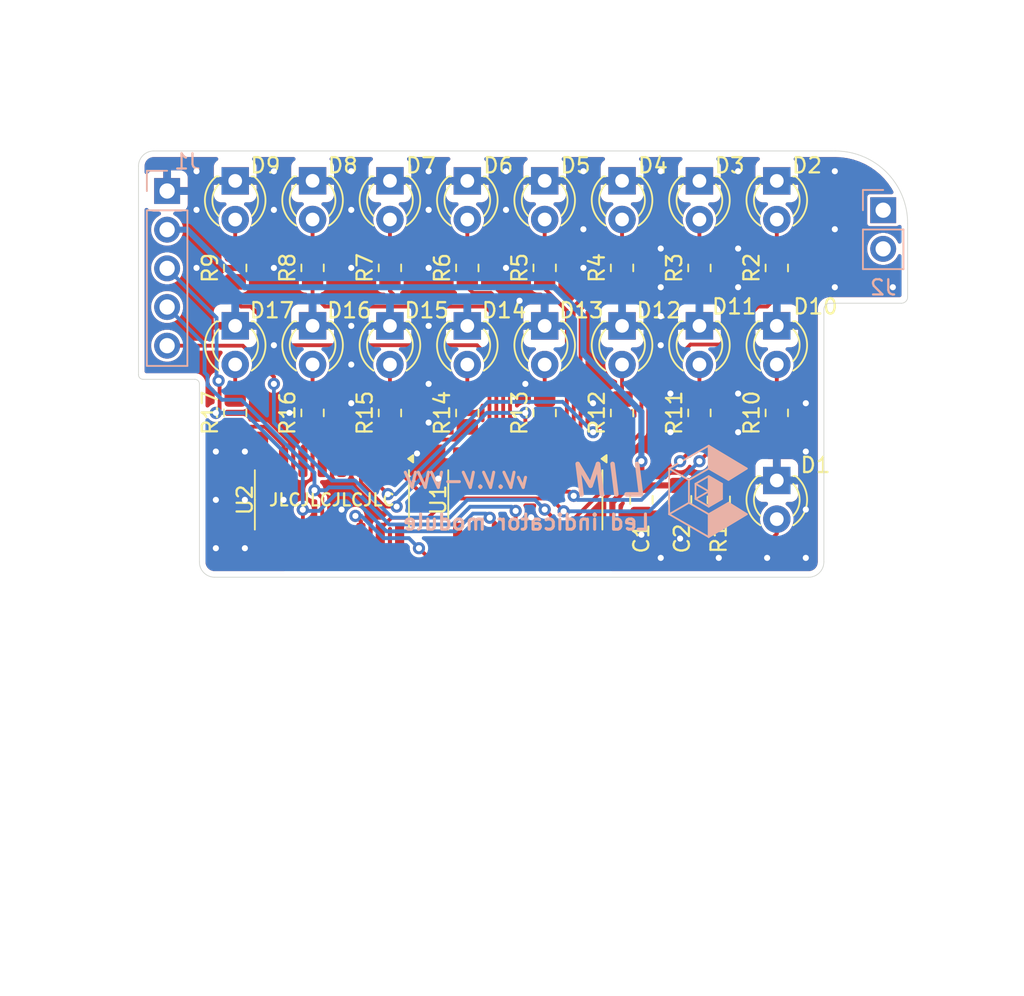
<source format=kicad_pcb>
(kicad_pcb (version 20241229) (generator "pcbnew") (generator_version "9.0")
  (title_block (title "Led indicator module") (date "2022-05-27") (rev "vV.V.V-VVV"))
  (layers (0 "F.Cu" signal) (2 "B.Cu" signal) (13 "F.Paste" user) (15 "B.Paste" user) (5 "F.SilkS" user "F.Silkscreen") (7 "B.SilkS" user "B.Silkscreen") (1 "F.Mask" user) (3 "B.Mask" user) (25 "Edge.Cuts" user))
  (net 0 "")
  (net 1 "+5V")
  (net 2 "Net-(D1-A)")
  (net 3 "GND")
  (net 4 "Net-(D2-A)")
  (net 5 "Net-(D3-A)")
  (net 6 "Net-(D4-A)")
  (net 7 "Net-(D5-A)")
  (net 8 "Net-(D6-A)")
  (net 9 "Net-(D7-A)")
  (net 10 "Net-(D8-A)")
  (net 11 "Net-(D9-A)")
  (net 12 "Net-(D10-A)")
  (net 13 "Net-(D11-A)")
  (net 14 "Net-(D12-A)")
  (net 15 "Net-(D13-A)")
  (net 16 "Net-(D14-A)")
  (net 17 "Net-(D15-A)")
  (net 18 "Net-(D16-A)")
  (net 19 "Net-(D17-A)")
  (net 21 "/SHIFT_D")
  (net 22 "/SHIFT_L")
  (net 23 "/SHIFT_CLK")
  (net 25 "Net-(U1-QA)")
  (net 26 "Net-(U1-QB)")
  (net 27 "Net-(U1-QC)")
  (net 28 "Net-(U1-QD)")
  (net 29 "Net-(U1-QE)")
  (net 30 "Net-(U1-QF)")
  (net 31 "Net-(U1-QG)")
  (net 32 "Net-(U1-QH)")
  (net 33 "Net-(U2-QA)")
  (net 34 "Net-(U2-QB)")
  (net 35 "Net-(U2-QC)")
  (net 36 "Net-(U2-QD)")
  (net 37 "Net-(U2-QE)")
  (net 38 "Net-(U2-QF)")
  (net 39 "Net-(U2-QG)")
  (net 40 "Net-(U2-QH)")
  (net 41 "Net-(U1-QH')")
  (footprint "LED_THT:LED_D3.0mm" (layer "F.Cu") (at 70.91 50.645 -90)
    (property "Reference" "D1")
    (property "Value" "204-10SYGD/S530-E3")
  )
  (footprint "LED_THT:LED_D3.0mm" (layer "F.Cu") (at 60.75 30.96 -90)
    (property "Reference" "D4")
    (property "Value" "204-10SURD/S530-A3-L")
  )
  (footprint "Resistor_SMD:R_0805_2012Metric" (layer "F.Cu") (at 67.1 51.92 90)
    (property "Reference" "R1")
    (property "Value" "470R")
  )
  (footprint "Resistor_SMD:R_0805_2012Metric" (layer "F.Cu") (at 45.51 36.68 90)
    (property "Reference" "R7")
    (property "Value" "470R")
  )
  (footprint "LED_THT:LED_D3.0mm" (layer "F.Cu") (at 35.35 40.485 -90)
    (property "Reference" "D17")
    (property "Value" "204-10SURD/S530-A3-L")
  )
  (footprint "Capacitor_SMD:C_0805_2012Metric" (layer "F.Cu") (at 62.02 51.92 -90)
    (property "Reference" "C1")
    (property "Value" "100n")
  )
  (footprint "Package_SO:SOIC-16_3.9x9.9mm_P1.27mm" (layer "F.Cu") (at 54.4 51.92 -90)
    (property "Reference" "U1")
    (property "Value" "74HC595")
  )
  (footprint "Resistor_SMD:R_0805_2012Metric" (layer "F.Cu") (at 35.35 36.685 90)
    (property "Reference" "R9")
    (property "Value" "470R")
  )
  (footprint "LED_THT:LED_D3.0mm" (layer "F.Cu") (at 35.35 30.965 -90)
    (property "Reference" "D9")
    (property "Value" "204-10SURD/S530-A3-L")
  )
  (footprint "Resistor_SMD:R_0805_2012Metric" (layer "F.Cu") (at 40.43 46.205 90)
    (property "Reference" "R16")
    (property "Value" "470R")
  )
  (footprint "LED_THT:LED_D3.0mm" (layer "F.Cu") (at 65.83 40.485 -90)
    (property "Reference" "D11")
    (property "Value" "204-10SURD/S530-A3-L")
  )
  (footprint "LED_THT:LED_D3.0mm" (layer "F.Cu") (at 40.43 30.96 -90)
    (property "Reference" "D8")
    (property "Value" "204-10SURD/S530-A3-L")
  )
  (footprint "LED_THT:LED_D3.0mm" (layer "F.Cu") (at 40.43 40.485 -90)
    (property "Reference" "D16")
    (property "Value" "204-10SURD/S530-A3-L")
  )
  (footprint "LED_THT:LED_D3.0mm" (layer "F.Cu") (at 55.67 30.96 -90)
    (property "Reference" "D5")
    (property "Value" "204-10SURD/S530-A3-L")
  )
  (footprint "Resistor_SMD:R_0805_2012Metric" (layer "F.Cu") (at 35.35 46.2 90)
    (property "Reference" "R17")
    (property "Value" "470R")
  )
  (footprint "LED_THT:LED_D3.0mm" (layer "F.Cu") (at 65.83 30.965 -90)
    (property "Reference" "D3")
    (property "Value" "204-10SURD/S530-A3-L")
  )
  (footprint "Resistor_SMD:R_0805_2012Metric" (layer "F.Cu") (at 40.43 36.68 90)
    (property "Reference" "R8")
    (property "Value" "470R")
  )
  (footprint "Capacitor_SMD:C_0805_2012Metric" (layer "F.Cu") (at 64.56 51.92 -90)
    (property "Reference" "C2")
    (property "Value" "100n")
  )
  (footprint "LED_THT:LED_D3.0mm" (layer "F.Cu") (at 70.91 40.485 -90)
    (property "Reference" "D10")
    (property "Value" "204-10SURD/S530-A3-L")
  )
  (footprint "Resistor_SMD:R_0805_2012Metric" (layer "F.Cu") (at 45.51 46.21 90)
    (property "Reference" "R15")
    (property "Value" "470R")
  )
  (footprint "Resistor_SMD:R_0805_2012Metric" (layer "F.Cu") (at 65.83 36.685 90)
    (property "Reference" "R3")
    (property "Value" "470R")
  )
  (footprint "LED_THT:LED_D3.0mm" (layer "F.Cu") (at 50.59 40.49 -90)
    (property "Reference" "D14")
    (property "Value" "204-10SURD/S530-A3-L")
  )
  (footprint "LED_THT:LED_D3.0mm" (layer "F.Cu") (at 60.75 40.49 -90)
    (property "Reference" "D12")
    (property "Value" "204-10SURD/S530-A3-L")
  )
  (footprint "Resistor_SMD:R_0805_2012Metric" (layer "F.Cu") (at 70.91 46.205 90)
    (property "Reference" "R10")
    (property "Value" "470R")
  )
  (footprint "Resistor_SMD:R_0805_2012Metric" (layer "F.Cu") (at 60.75 46.21 90)
    (property "Reference" "R12")
    (property "Value" "470R")
  )
  (footprint "Resistor_SMD:R_0805_2012Metric" (layer "F.Cu") (at 60.75 36.68 90)
    (property "Reference" "R4")
    (property "Value" "470R")
  )
  (footprint "Resistor_SMD:R_0805_2012Metric" (layer "F.Cu") (at 50.59 46.21 90)
    (property "Reference" "R14")
    (property "Value" "470R")
  )
  (footprint "Resistor_SMD:R_0805_2012Metric" (layer "F.Cu") (at 65.83 46.205 90)
    (property "Reference" "R11")
    (property "Value" "470R")
  )
  (footprint "LED_THT:LED_D3.0mm" (layer "F.Cu") (at 45.51 40.49 -90)
    (property "Reference" "D15")
    (property "Value" "204-10SURD/S530-A3-L")
  )
  (footprint "Resistor_SMD:R_0805_2012Metric" (layer "F.Cu") (at 55.67 46.21 90)
    (property "Reference" "R13")
    (property "Value" "470R")
  )
  (footprint "LED_THT:LED_D3.0mm" (layer "F.Cu") (at 45.51 30.96 -90)
    (property "Reference" "D7")
    (property "Value" "204-10SURD/S530-A3-L")
  )
  (footprint "Resistor_SMD:R_0805_2012Metric" (layer "F.Cu") (at 70.91 36.685 90)
    (property "Reference" "R2")
    (property "Value" "470R")
  )
  (footprint "LED_THT:LED_D3.0mm" (layer "F.Cu") (at 50.59 30.965 -90)
    (property "Reference" "D6")
    (property "Value" "204-10SURD/S530-A3-L")
  )
  (footprint "LED_THT:LED_D3.0mm" (layer "F.Cu") (at 55.67 40.49 -90)
    (property "Reference" "D13")
    (property "Value" "204-10SURD/S530-A3-L")
  )
  (footprint "Resistor_SMD:R_0805_2012Metric" (layer "F.Cu") (at 55.67 36.68 90)
    (property "Reference" "R5")
    (property "Value" "470R")
  )
  (footprint "LED_THT:LED_D3.0mm" (layer "F.Cu") (at 70.91 30.965 -90)
    (property "Reference" "D2")
    (property "Value" "204-10SURD/S530-A3-L")
  )
  (footprint "Package_SO:SOIC-16_3.9x9.9mm_P1.27mm" (layer "F.Cu") (at 41.7 51.92 -90)
    (property "Reference" "U2")
    (property "Value" "74HC595")
  )
  (footprint "Resistor_SMD:R_0805_2012Metric" (layer "F.Cu") (at 50.59 36.685 90)
    (property "Reference" "R6")
    (property "Value" "470R")
  )
  (footprint "Connector_PinSocket_2.54mm:PinSocket_1x05_P2.54mm_Vertical" (layer "B.Cu") (at 30.88 31.63 180)
    (property "Reference" "J1")
    (property "Value" "2.54-1*5P")
  )
  (footprint "Connector_PinSocket_2.54mm:PinSocket_1x02_P2.54mm_Vertical" (layer "B.Cu") (at 77.895 32.89 180)
    (property "Reference" "J2")
    (property "Value" "KH-2.54FH-1X2P-H8.5")
  )
  (gr_line (start 66.44 51.361007) (end 66.44 50.361007) (stroke (width 0.12)) (layer "B.SilkS"))
  (gr_line (start 63.841924 49.861007) (end 66.44 48.361007) (stroke (width 0.12)) (layer "B.SilkS"))
  (gr_line (start 68.94 49.861007) (end 67.739038 50.611007) (stroke (width 0.12)) (layer "B.SilkS"))
  (gr_line (start 67.306025 50.861007) (end 67.306025 51.861007) (stroke (width 0.12)) (layer "B.SilkS"))
  (gr_line (start 63.841924 52.861007) (end 66.44 54.361007) (stroke (width 0.12)) (layer "B.SilkS"))
  (gr_line (start 66.44 54.361007) (end 66.44 52.861007) (stroke (width 0.12)) (layer "B.SilkS"))
  (gr_line (start 66.44 49.861007) (end 66.44 48.361007) (stroke (width 0.12)) (layer "B.SilkS"))
  (gr_line (start 67.739038 52.111007) (end 66.44 52.861007) (stroke (width 0.12)) (layer "B.SilkS"))
  (gr_line (start 65.573975 50.861007) (end 66.44 50.361007) (stroke (width 0.12)) (layer "B.SilkS"))
  (gr_line (start 63.841924 52.861007) (end 63.841924 49.861007) (stroke (width 0.12)) (layer "B.SilkS"))
  (gr_line (start 66.44 49.861007) (end 67.739038 50.611007) (stroke (width 0.12)) (layer "B.SilkS"))
  (gr_line (start 65.140962 50.611007) (end 66.44 49.861007) (stroke (width 0.12)) (layer "B.SilkS"))
  (gr_line (start 65.573975 51.861007) (end 65.573975 50.861007) (stroke (width 0.12)) (layer "B.SilkS"))
  (gr_line (start 68.94 52.861007) (end 66.44 54.361007) (stroke (width 0.12)) (layer "B.SilkS"))
  (gr_line (start 65.573975 51.861007) (end 66.44 52.361007) (stroke (width 0.12)) (layer "B.SilkS"))
  (gr_line (start 67.306025 50.861007) (end 66.44 50.361007) (stroke (width 0.12)) (layer "B.SilkS"))
  (gr_line (start 66.44 51.361007) (end 65.573975 50.861007) (stroke (width 0.12)) (layer "B.SilkS"))
  (gr_line (start 66.44 52.861007) (end 65.140962 52.111007) (stroke (width 0.12)) (layer "B.SilkS"))
  (gr_line (start 68.94 52.861007) (end 67.739038 52.111007) (stroke (width 0.12)) (layer "B.SilkS"))
  (gr_line (start 67.306025 51.861007) (end 66.44 52.361007) (stroke (width 0.12)) (layer "B.SilkS"))
  (gr_poly (pts (xy 66.44 52.361007) (xy 67.306025 51.861007) (xy 67.306025 50.861007) (xy 66.44 50.361007)) (stroke (width 0.1)) (fill yes) (layer "B.SilkS"))
  (gr_line (start 68.94 49.861007) (end 66.44 48.361007) (stroke (width 0.12)) (layer "B.SilkS"))
  (gr_poly (pts (xy 66.44 52.861007) (xy 66.44 54.361007) (xy 68.94 52.861007) (xy 67.739038 52.111007)) (stroke (width 0.1)) (fill yes) (layer "B.SilkS"))
  (gr_line (start 65.140962 52.111007) (end 65.140962 50.611007) (stroke (width 0.12)) (layer "B.SilkS"))
  (gr_line (start 66.44 52.361007) (end 66.44 51.361007) (stroke (width 0.12)) (layer "B.SilkS"))
  (gr_poly (pts (xy 66.44 49.861007) (xy 67.739038 50.611007) (xy 68.94 49.861007) (xy 66.44 48.361007)) (stroke (width 0.1)) (fill yes) (layer "B.SilkS"))
  (gr_line (start 63.841924 52.861007) (end 65.140962 52.111007) (stroke (width 0.12)) (layer "B.SilkS"))
  (gr_line (start 65.573975 51.861007) (end 66.44 51.361007) (stroke (width 0.12)) (layer "B.SilkS"))
  (gr_line (start 63.841924 49.861007) (end 65.140962 50.611007) (stroke (width 0.12)) (layer "B.SilkS"))
  (gr_line (start 79.5 38.6) (end 79.5 33.75) (stroke (width 0.05)) (layer "Edge.Cuts"))
  (gr_line (start 29.3 44) (end 32.7 44) (stroke (width 0.05)) (layer "Edge.Cuts"))
  (gr_line (start 74.75 29) (end 30 29) (stroke (width 0.05)) (layer "Edge.Cuts"))
  (gr_line (start 33 44.3) (end 33 56) (stroke (width 0.05)) (layer "Edge.Cuts"))
  (gr_arc (start 74 39.4) (mid 74.117157 39.117157) (end 74.4 39) (stroke (width 0.05)) (layer "Edge.Cuts"))
  (gr_arc (start 74 56) (mid 73.707107 56.707107) (end 73 57) (stroke (width 0.05)) (layer "Edge.Cuts"))
  (gr_line (start 34 57) (end 73 57) (stroke (width 0.05)) (layer "Edge.Cuts"))
  (gr_arc (start 29 30) (mid 29.292893 29.292893) (end 30 29) (stroke (width 0.05)) (layer "Edge.Cuts"))
  (gr_arc (start 79.5 38.6) (mid 79.382843 38.882843) (end 79.1 39) (stroke (width 0.05)) (layer "Edge.Cuts"))
  (gr_arc (start 32.7 44) (mid 32.912132 44.087868) (end 33 44.3) (stroke (width 0.05)) (layer "Edge.Cuts"))
  (gr_arc (start 34 57) (mid 33.292893 56.707107) (end 33 56) (stroke (width 0.05)) (layer "Edge.Cuts"))
  (gr_line (start 79.1 39) (end 74.4 39) (stroke (width 0.05)) (layer "Edge.Cuts"))
  (gr_line (start 74 39.4) (end 74 56) (stroke (width 0.05)) (layer "Edge.Cuts"))
  (gr_line (start 29 43.7) (end 29 30) (stroke (width 0.05)) (layer "Edge.Cuts"))
  (gr_arc (start 74.75 29) (mid 78.108757 30.391243) (end 79.5 33.75) (stroke (width 0.05)) (layer "Edge.Cuts"))
  (gr_arc (start 29.3 44) (mid 29.087868 43.912132) (end 29 43.7) (stroke (width 0.05)) (layer "Edge.Cuts"))
  (gr_text "JLCJLCJLCJLC" (at 41.7 51.92 0) (layer "F.SilkS") (effects (font (size 0.8 0.8))))
  (gr_text "Led indicator module" (at 62.655 53.393007 0) (layer "B.SilkS") (effects (font (size 1 1) (thickness 0.2)) (justify left mirror)))
  (gr_text "vV.V.V-VVV" (at 46.406998 50.65 0) (layer "B.SilkS") (effects (font (size 1 1) (thickness 0.2) (italic yes)) (justify right mirror)))
  (gr_text "LIM" (at 62.655 50.65 0) (layer "B.SilkS") (effects (font (size 2 2) (thickness 0.3) (italic yes)) (justify left mirror)))
  (segment (start 38.525 55.73) (end 38.525 54.395) (width 0.4) (layer "F.Cu") (net 1))
  (segment (start 61.225 50.97) (end 60.115 52.08) (width 0.4) (layer "F.Cu") (net 1))
  (segment (start 60.115 55.73) (end 59.48 56.365) (width 0.4) (layer "F.Cu") (net 1))
  (segment (start 46.145 56.365) (end 39.16 56.365) (width 0.4) (layer "F.Cu") (net 1))
  (segment (start 62.02 50.97) (end 61.225 50.97) (width 0.4) (layer "F.Cu") (net 1))
  (segment (start 58.845 56.365) (end 58.845 54.395) (width 0.4) (layer "F.Cu") (net 1))
  (segment (start 51.225 56.365) (end 51.225 54.395) (width 0.4) (layer "F.Cu") (net 1))
  (segment (start 51.225 56.365) (end 46.145 56.365) (width 0.4) (layer "F.Cu") (net 1))
  (segment (start 62.02 49.38) (end 62.02 50.97) (width 0.4) (layer "F.Cu") (net 1))
  (segment (start 67.0625 50.97) (end 67.1 51.0075) (width 0.25) (layer "F.Cu") (net 1))
  (segment (start 60.115 52.08) (end 60.115 55.73) (width 0.4) (layer "F.Cu") (net 1))
  (segment (start 46.145 56.365) (end 46.145 54.395) (width 0.4) (layer "F.Cu") (net 1))
  (segment (start 59.48 56.365) (end 58.845 56.365) (width 0.4) (layer "F.Cu") (net 1))
  (segment (start 39.16 56.365) (end 38.525 55.73) (width 0.4) (layer "F.Cu") (net 1))
  (segment (start 58.845 56.365) (end 51.225 56.365) (width 0.4) (layer "F.Cu") (net 1))
  (segment (start 62.02 50.97) (end 67.0625 50.97) (width 0.4) (layer "F.Cu") (net 1))
  (via (at 62.02 49.38) (size 0.8) (drill 0.4) (layers "F.Cu" "B.Cu") (net 1))
  (segment (start 58.21 42.327787) (end 62.02 46.137787) (width 0.4) (layer "B.Cu") (net 1))
  (segment (start 62.02 46.137787) (end 62.02 49.38) (width 0.4) (layer "B.Cu") (net 1))
  (segment (start 32.205 34.17) (end 35.985 37.95) (width 0.4) (layer "B.Cu") (net 1))
  (segment (start 58.21 39.855) (end 58.21 42.327787) (width 0.4) (layer "B.Cu") (net 1))
  (segment (start 35.985 37.95) (end 56.305 37.95) (width 0.4) (layer "B.Cu") (net 1))
  (segment (start 56.305 37.95) (end 58.21 39.855) (width 0.4) (layer "B.Cu") (net 1))
  (segment (start 30.88 34.17) (end 32.205 34.17) (width 0.4) (layer "B.Cu") (net 1))
  (segment (start 67.1 52.8325) (end 67.1 53.825) (width 0.25) (layer "F.Cu") (net 2))
  (segment (start 70.5925 54.46) (end 70.91 54.1425) (width 0.25) (layer "F.Cu") (net 2))
  (segment (start 67.1 53.825) (end 67.735 54.46) (width 0.25) (layer "F.Cu") (net 2))
  (segment (start 70.91 54.1425) (end 70.91 53.185) (width 0.25) (layer "F.Cu") (net 2))
  (segment (start 67.735 54.46) (end 70.5925 54.46) (width 0.25) (layer "F.Cu") (net 2))
  (via (at 42.97 45.57) (size 0.8) (drill 0.4) (layers "F.Cu" "B.Cu") (net 3))
  (via (at 68.37 47.475) (size 0.8) (drill 0.4) (layers "F.Cu" "B.Cu") (net 3))
  (via (at 70.275 55.73) (size 0.8) (drill 0.4) (layers "F.Cu" "B.Cu") (net 3))
  (via (at 48.05 32.87) (size 0.8) (drill 0.4) (layers "F.Cu" "B.Cu") (net 3))
  (via (at 68.37 30.33) (size 0.8) (drill 0.4) (layers "F.Cu" "B.Cu") (net 3))
  (via (at 74.72 37.95) (size 0.8) (drill 0.4) (layers "F.Cu" "B.Cu") (net 3))
  (via (at 42.97 32.87) (size 0.8) (drill 0.4) (layers "F.Cu" "B.Cu") (net 3))
  (via (at 32.81 32.87) (size 0.8) (drill 0.4) (layers "F.Cu" "B.Cu") (net 3))
  (via (at 54.781 53.063) (size 0.8) (drill 0.4) (layers "F.Cu" "B.Cu") (net 3))
  (via (at 62.02 54.206) (size 0.8) (drill 0.4) (layers "F.Cu" "B.Cu") (net 3))
  (via (at 48.05 30.33) (size 0.8) (drill 0.4) (layers "F.Cu" "B.Cu") (net 3))
  (via (at 42.97 36.68) (size 0.8) (drill 0.4) (layers "F.Cu" "B.Cu") (net 3))
  (via (at 37.89 41.76) (size 0.8) (drill 0.4) (layers "F.Cu" "B.Cu") (net 3))
  (via (at 74.72 34.14) (size 0.8) (drill 0.4) (layers "F.Cu" "B.Cu") (net 3))
  (via (at 35.985 51.92) (size 0.8) (drill 0.4) (layers "F.Cu" "B.Cu") (net 3))
  (via (at 47.288 48.872) (size 0.8) (drill 0.4) (layers "F.Cu" "B.Cu") (net 3))
  (via (at 63.29 37.95) (size 0.8) (drill 0.4) (layers "F.Cu" "B.Cu") (net 3))
  (via (at 68.37 35.41) (size 0.8) (drill 0.4) (layers "F.Cu" "B.Cu") (net 3))
  (via (at 34.08 55.095) (size 0.8) (drill 0.4) (layers "F.Cu" "B.Cu") (net 3))
  (via (at 63.29 39.855) (size 0.8) (drill 0.4) (layers "F.Cu" "B.Cu") (net 3))
  (via (at 67.1 55.73) (size 0.8) (drill 0.4) (layers "F.Cu" "B.Cu") (net 3))
  (via (at 53.13 30.33) (size 0.8) (drill 0.4) (layers "F.Cu" "B.Cu") (net 3))
  (via (at 58.21 36.68) (size 0.8) (drill 0.4) (layers "F.Cu" "B.Cu") (net 3))
  (via (at 34.08 48.745) (size 0.8) (drill 0.4) (layers "F.Cu" "B.Cu") (net 3))
  (via (at 72.815 45.57) (size 0.8) (drill 0.4) (layers "F.Cu" "B.Cu") (net 3))
  (via (at 68.37 37.95) (size 0.8) (drill 0.4) (layers "F.Cu" "B.Cu") (net 3))
  (via (at 48.05 46.84) (size 0.8) (drill 0.4) (layers "F.Cu" "B.Cu") (net 3))
  (via (at 72.815 52.555) (size 0.8) (drill 0.4) (layers "F.Cu" "B.Cu") (net 3))
  (via (at 42.335 52.555) (size 0.8) (drill 0.4) (layers "F.Cu" "B.Cu") (net 3))
  (via (at 68.37 44.935) (size 0.8) (drill 0.4) (layers "F.Cu" "B.Cu") (net 3))
  (via (at 48.05 36.68) (size 0.8) (drill 0.4) (layers "F.Cu" "B.Cu") (net 3))
  (via (at 48.05 40.49) (size 0.8) (drill 0.4) (layers "F.Cu" "B.Cu") (net 3))
  (via (at 48.05 44.3) (size 0.8) (drill 0.4) (layers "F.Cu" "B.Cu") (net 3))
  (via (at 63.29 41.76) (size 0.8) (drill 0.4) (layers "F.Cu" "B.Cu") (net 3))
  (via (at 72.815 48.745) (size 0.8) (drill 0.4) (layers "F.Cu" "B.Cu") (net 3))
  (via (at 58.21 30.33) (size 0.8) (drill 0.4) (layers "F.Cu" "B.Cu") (net 3))
  (via (at 63.29 55.73) (size 0.8) (drill 0.4) (layers "F.Cu" "B.Cu") (net 3))
  (via (at 53.13 36.68) (size 0.8) (drill 0.4) (layers "F.Cu" "B.Cu") (net 3))
  (via (at 38.525 51.92) (size 0.8) (drill 0.4) (layers "F.Cu" "B.Cu") (net 3))
  (via (at 42.97 40.49) (size 0.8) (drill 0.4) (layers "F.Cu" "B.Cu") (net 3))
  (via (at 74.72 30.33) (size 0.8) (drill 0.4) (layers "F.Cu" "B.Cu") (net 3))
  (via (at 63.29 30.33) (size 0.8) (drill 0.4) (layers "F.Cu" "B.Cu") (net 3))
  (via (at 58.845 45.57) (size 0.8) (drill 0.4) (layers "F.Cu" "B.Cu") (net 3))
  (via (at 37.89 32.87) (size 0.8) (drill 0.4) (layers "F.Cu" "B.Cu") (net 3))
  (via (at 32.81 30.33) (size 0.8) (drill 0.4) (layers "F.Cu" "B.Cu") (net 3))
  (via (at 32.81 36.68) (size 0.8) (drill 0.4) (layers "F.Cu" "B.Cu") (net 3))
  (via (at 35.985 48.745) (size 0.8) (drill 0.4) (layers "F.Cu" "B.Cu") (net 3))
  (via (at 38.906 46.205) (size 0.8) (drill 0.4) (layers "F.Cu" "B.Cu") (net 3))
  (via (at 63.29 35.41) (size 0.8) (drill 0.4) (layers "F.Cu" "B.Cu") (net 3))
  (via (at 42.97 43.03) (size 0.8) (drill 0.4) (layers "F.Cu" "B.Cu") (net 3))
  (via (at 35.985 55.095) (size 0.8) (drill 0.4) (layers "F.Cu" "B.Cu") (net 3))
  (via (at 63.925 44.935) (size 0.8) (drill 0.4) (layers "F.Cu" "B.Cu") (net 3))
  (via (at 58.21 34.14) (size 0.8) (drill 0.4) (layers "F.Cu" "B.Cu") (net 3))
  (via (at 53.13 32.87) (size 0.8) (drill 0.4) (layers "F.Cu" "B.Cu") (net 3))
  (via (at 63.925 47.475) (size 0.8) (drill 0.4) (layers "F.Cu" "B.Cu") (net 3))
  (via (at 37.89 30.33) (size 0.8) (drill 0.4) (layers "F.Cu" "B.Cu") (net 3))
  (via (at 48.685 50.523) (size 0.8) (drill 0.4) (layers "F.Cu" "B.Cu") (net 3))
  (via (at 37.89 36.68) (size 0.8) (drill 0.4) (layers "F.Cu" "B.Cu") (net 3))
  (via (at 64.56 54.46) (size 0.8) (drill 0.4) (layers "F.Cu" "B.Cu") (net 3))
  (via (at 42.97 30.33) (size 0.8) (drill 0.4) (layers "F.Cu" "B.Cu") (net 3))
  (via (at 78.53 37.95) (size 0.8) (drill 0.4) (layers "F.Cu" "B.Cu") (net 3))
  (via (at 72.815 55.73) (size 0.8) (drill 0.4) (layers "F.Cu" "B.Cu") (net 3))
  (via (at 54.4 44.3) (size 0.8) (drill 0.4) (layers "F.Cu" "B.Cu") (net 3))
  (via (at 34.08 51.92) (size 0.8) (drill 0.4) (layers "F.Cu" "B.Cu") (net 3))
  (via (at 54.019 38.839) (size 0.8) (drill 0.4) (layers "F.Cu" "B.Cu") (net 3))
  (segment (start 70.91 35.7725) (end 70.91 33.505) (width 0.25) (layer "F.Cu") (net 4))
  (segment (start 65.83 35.7725) (end 65.83 33.505) (width 0.25) (layer "F.Cu") (net 5))
  (segment (start 60.75 35.7675) (end 60.75 33.5) (width 0.25) (layer "F.Cu") (net 6))
  (segment (start 55.67 35.7675) (end 55.67 33.5) (width 0.25) (layer "F.Cu") (net 7))
  (segment (start 50.59 35.7725) (end 50.59 33.505) (width 0.25) (layer "F.Cu") (net 8))
  (segment (start 45.51 35.7675) (end 45.51 33.5) (width 0.25) (layer "F.Cu") (net 9))
  (segment (start 40.43 35.7675) (end 40.43 33.5) (width 0.25) (layer "F.Cu") (net 10))
  (segment (start 35.35 35.7725) (end 35.35 33.505) (width 0.25) (layer "F.Cu") (net 11))
  (segment (start 70.91 45.2925) (end 70.91 43.025) (width 0.25) (layer "F.Cu") (net 12))
  (segment (start 65.83 45.2925) (end 65.83 43.025) (width 0.25) (layer "F.Cu") (net 13))
  (segment (start 60.75 45.2975) (end 60.75 43.03) (width 0.25) (layer "F.Cu") (net 14))
  (segment (start 55.67 45.2975) (end 55.67 43.03) (width 0.25) (layer "F.Cu") (net 15))
  (segment (start 50.59 45.2975) (end 50.59 43.03) (width 0.25) (layer "F.Cu") (net 16))
  (segment (start 45.51 45.2975) (end 45.51 43.03) (width 0.25) (layer "F.Cu") (net 17))
  (segment (start 40.43 45.2925) (end 40.43 43.025) (width 0.25) (layer "F.Cu") (net 18))
  (segment (start 35.35 45.2875) (end 35.35 43.025) (width 0.25) (layer "F.Cu") (net 19))
  (segment (start 52.059998 53.09402) (end 52.495 53.529022) (width 0.25) (layer "F.Cu") (net 21))
  (segment (start 34.259352 44.089754) (end 34.325 44.155402) (width 0.25) (layer "F.Cu") (net 21))
  (segment (start 39.786856 52.561822) (end 39.795 52.569966) (width 0.25) (layer "F.Cu") (net 21))
  (segment (start 34.325 45.96) (end 34.08 46.205) (width 0.25) (layer "F.Cu") (net 21))
  (segment (start 39.795 52.569966) (end 39.795 54.395) (width 0.25) (layer "F.Cu") (net 21))
  (segment (start 34.325 44.155402) (end 34.325 45.96) (width 0.25) (layer "F.Cu") (net 21))
  (segment (start 52.495 53.529022) (end 52.495 54.395) (width 0.25) (layer "F.Cu") (net 21))
  (via (at 52.059998 53.09402) (size 0.8) (drill 0.4) (layers "F.Cu" "B.Cu") (net 21))
  (via (at 34.259352 44.089754) (size 0.8) (drill 0.4) (layers "F.Cu" "B.Cu") (net 21))
  (via (at 34.08 46.205) (size 0.8) (drill 0.4) (layers "F.Cu" "B.Cu") (net 21))
  (via (at 39.786856 52.561822) (size 0.8) (drill 0.4) (layers "F.Cu" "B.Cu") (net 21))
  (segment (start 49.796964 53.983752) (end 45.277703 53.983752) (width 0.25) (layer "B.Cu") (net 21))
  (segment (start 51.785018 52.81904) (end 50.961676 52.81904) (width 0.25) (layer "B.Cu") (net 21))
  (segment (start 52.059998 53.09402) (end 51.785018 52.81904) (width 0.25) (layer "B.Cu") (net 21))
  (segment (start 45.277703 53.983752) (end 42.842991 51.54904) (width 0.25) (layer "B.Cu") (net 21))
  (segment (start 34.259352 44.089754) (end 34.125489 43.955891) (width 0.25) (layer "B.Cu") (net 21))
  (segment (start 34.125489 39.955489) (end 30.88 36.71) (width 0.25) (layer "B.Cu") (net 21))
  (segment (start 42.842991 51.54904) (end 41.948634 51.54904) (width 0.25) (layer "B.Cu") (net 21))
  (segment (start 39.786856 50.008292) (end 39.786856 52.561822) (width 0.25) (layer "B.Cu") (net 21))
  (segment (start 34.125489 43.955891) (end 34.125489 39.955489) (width 0.25) (layer "B.Cu") (net 21))
  (segment (start 39.869545 52.644511) (end 39.786856 52.561822) (width 0.25) (layer "B.Cu") (net 21))
  (segment (start 35.983564 46.205) (end 39.786856 50.008292) (width 0.25) (layer "B.Cu") (net 21))
  (segment (start 34.08 46.205) (end 35.983564 46.205) (width 0.25) (layer "B.Cu") (net 21))
  (segment (start 40.853163 52.644511) (end 39.869545 52.644511) (width 0.25) (layer "B.Cu") (net 21))
  (segment (start 50.961676 52.81904) (end 49.796964 53.983752) (width 0.25) (layer "B.Cu") (net 21))
  (segment (start 41.948634 51.54904) (end 40.853163 52.644511) (width 0.25) (layer "B.Cu") (net 21))
  (segment (start 53.765 52.6445) (end 53.765 54.395) (width 0.25) (layer "F.Cu") (net 22))
  (segment (start 40.55306 51.285) (end 41.065 51.79694) (width 0.25) (layer "F.Cu") (net 22))
  (segment (start 41.065 51.79694) (end 41.065 54.395) (width 0.25) (layer "F.Cu") (net 22))
  (via (at 40.55306 51.285) (size 0.8) (drill 0.4) (layers "F.Cu" "B.Cu") (net 22))
  (via (at 53.765 52.6445) (size 0.8) (drill 0.4) (layers "F.Cu" "B.Cu") (net 22))
  (segment (start 41.3129 51.285) (end 41.506091 51.091809) (width 0.25) (layer "B.Cu") (net 22))
  (segment (start 53.49002 52.36952) (end 53.765 52.6445) (width 0.25) (layer "B.Cu") (net 22))
  (segment (start 33.531252 43.751252) (end 33.339511 43.559511) (width 0.25) (layer "B.Cu") (net 22))
  (segment (start 33.339511 43.559511) (end 33.339511 41.709511) (width 0.25) (layer "B.Cu") (net 22))
  (segment (start 40.55306 50.138778) (end 35.757923 45.343641) (width 0.25) (layer "B.Cu") (net 22))
  (segment (start 33.339511 41.709511) (end 30.88 39.25) (width 0.25) (layer "B.Cu") (net 22))
  (segment (start 33.531252 44.386252) (end 33.531252 43.751252) (width 0.25) (layer "B.Cu") (net 22))
  (segment (start 35.757923 45.343641) (end 34.488641 45.343641) (width 0.25) (layer "B.Cu") (net 22))
  (segment (start 45.463901 53.534232) (end 49.610767 53.534232) (width 0.25) (layer "B.Cu") (net 22))
  (segment (start 40.55306 51.285) (end 40.55306 50.138778) (width 0.25) (layer "B.Cu") (net 22))
  (segment (start 41.506091 51.091809) (end 41.513803 51.09952) (width 0.25) (layer "B.Cu") (net 22))
  (segment (start 49.610767 53.534232) (end 50.775479 52.36952) (width 0.25) (layer "B.Cu") (net 22))
  (segment (start 41.513803 51.09952) (end 43.029189 51.09952) (width 0.25) (layer "B.Cu") (net 22))
  (segment (start 40.55306 51.285) (end 41.3129 51.285) (width 0.25) (layer "B.Cu") (net 22))
  (segment (start 50.775479 52.36952) (end 53.49002 52.36952) (width 0.25) (layer "B.Cu") (net 22))
  (segment (start 43.029189 51.09952) (end 45.463901 53.534232) (width 0.25) (layer "B.Cu") (net 22))
  (segment (start 34.488641 45.343641) (end 33.531252 44.386252) (width 0.25) (layer "B.Cu") (net 22))
  (segment (start 56.305 53.19) (end 56.305 54.395) (width 0.25) (layer "F.Cu") (net 23))
  (segment (start 30.88 41.79) (end 35.846721 41.79) (width 0.25) (layer "F.Cu") (net 23))
  (segment (start 37.89 43.833279) (end 37.89 44.3) (width 0.25) (layer "F.Cu") (net 23))
  (segment (start 35.846721 41.79) (end 37.89 43.833279) (width 0.25) (layer "F.Cu") (net 23))
  (segment (start 55.67 52.555) (end 56.305 53.19) (width 0.25) (layer "F.Cu") (net 23))
  (via (at 37.89 44.3) (size 0.8) (drill 0.4) (layers "F.Cu" "B.Cu") (net 23))
  (via (at 55.67 52.555) (size 0.8) (drill 0.4) (layers "F.Cu" "B.Cu") (net 23))
  (segment (start 41.7 50.65) (end 37.89 46.84) (width 0.25) (layer "B.Cu") (net 23))
  (segment (start 55.67 52.555) (end 55.035 51.92) (width 0.25) (layer "B.Cu") (net 23))
  (segment (start 50.589282 51.92) (end 49.42457 53.084712) (width 0.25) (layer "B.Cu") (net 23))
  (segment (start 49.42457 53.084712) (end 45.650098 53.084712) (width 0.25) (layer "B.Cu") (net 23))
  (segment (start 43.215386 50.65) (end 41.7 50.65) (width 0.25) (layer "B.Cu") (net 23))
  (segment (start 55.035 51.92) (end 50.589282 51.92) (width 0.25) (layer "B.Cu") (net 23))
  (segment (start 37.89 46.84) (end 37.89 44.3) (width 0.25) (layer "B.Cu") (net 23))
  (segment (start 45.650098 53.084712) (end 43.215386 50.65) (width 0.25) (layer "B.Cu") (net 23))
  (segment (start 60.115 50.65) (end 60.115 49.38) (width 0.25) (layer "F.Cu") (net 25))
  (segment (start 65.240489 41.714511) (end 67.185979 41.714511) (width 0.25) (layer "F.Cu") (net 25))
  (segment (start 57.575 54.395) (end 57.575 53.19) (width 0.25) (layer "F.Cu") (net 25))
  (segment (start 70.275 39.22) (end 70.91 38.585) (width 0.25) (layer "F.Cu") (net 25))
  (segment (start 57.575 53.19) (end 60.115 50.65) (width 0.25) (layer "F.Cu") (net 25))
  (segment (start 62.02 47.475) (end 62.02 44.935) (width 0.25) (layer "F.Cu") (net 25))
  (segment (start 60.115 49.38) (end 62.02 47.475) (width 0.25) (layer "F.Cu") (net 25))
  (segment (start 69.68049 39.22) (end 70.275 39.22) (width 0.25) (layer "F.Cu") (net 25))
  (segment (start 70.91 38.585) (end 70.91 37.5975) (width 0.25) (layer "F.Cu") (net 25))
  (segment (start 67.185979 41.714511) (end 69.68049 39.22) (width 0.25) (layer "F.Cu") (net 25))
  (segment (start 62.02 44.935) (end 65.240489 41.714511) (width 0.25) (layer "F.Cu") (net 25))
  (segment (start 65.592989 38.822011) (end 65.83 38.585) (width 0.25) (layer "F.Cu") (net 26))
  (segment (start 65.83 38.585) (end 65.83 37.5975) (width 0.25) (layer "F.Cu") (net 26))
  (segment (start 58.608707 38.822011) (end 65.592989 38.822011) (width 0.25) (layer "F.Cu") (net 26))
  (segment (start 58.845 49.445) (end 58.845 48.745) (width 0.25) (layer "F.Cu") (net 26))
  (segment (start 58.02452 39.406198) (end 58.608707 38.822011) (width 0.25) (layer "F.Cu") (net 26))
  (segment (start 58.02452 47.92452) (end 58.02452 39.406198) (width 0.25) (layer "F.Cu") (net 26))
  (segment (start 58.845 48.745) (end 58.02452 47.92452) (width 0.25) (layer "F.Cu") (net 26))
  (segment (start 57.575 49.445) (end 57.575 39.22) (width 0.25) (layer "F.Cu") (net 27))
  (segment (start 58.464 38.331) (end 60.0115 38.331) (width 0.25) (layer "F.Cu") (net 27))
  (segment (start 57.575 39.22) (end 58.464 38.331) (width 0.25) (layer "F.Cu") (net 27))
  (segment (start 60.0115 38.331) (end 60.75 37.5925) (width 0.25) (layer "F.Cu") (net 27))
  (segment (start 57.12548 47.28952) (end 57.12548 39.496458) (width 0.25) (layer "F.Cu") (net 28))
  (segment (start 55.67 38.040978) (end 55.67 37.5925) (width 0.25) (layer "F.Cu") (net 28))
  (segment (start 56.305 48.11) (end 57.12548 47.28952) (width 0.25) (layer "F.Cu") (net 28))
  (segment (start 57.12548 39.496458) (end 55.67 38.040978) (width 0.25) (layer "F.Cu") (net 28))
  (segment (start 56.305 49.445) (end 56.305 48.11) (width 0.25) (layer "F.Cu") (net 28))
  (segment (start 52.141416 38.32096) (end 50.96096 38.32096) (width 0.25) (layer "F.Cu") (net 29))
  (segment (start 50.59 37.95) (end 50.59 37.5975) (width 0.25) (layer "F.Cu") (net 29))
  (segment (start 53.39404 46.46904) (end 53.394039 39.573582) (width 0.25) (layer "F.Cu") (net 29))
  (segment (start 55.035 48.11) (end 53.39404 46.46904) (width 0.25) (layer "F.Cu") (net 29))
  (segment (start 53.394039 39.573582) (end 52.141416 38.32096) (width 0.25) (layer "F.Cu") (net 29))
  (segment (start 55.035 49.445) (end 55.035 48.11) (width 0.25) (layer "F.Cu") (net 29))
  (segment (start 50.96096 38.32096) (end 50.59 37.95) (width 0.25) (layer "F.Cu") (net 29))
  (segment (start 53.765 48.110718) (end 52.94452 47.290237) (width 0.25) (layer "F.Cu") (net 30))
  (segment (start 52.94452 47.290237) (end 52.94452 39.75978) (width 0.25) (layer "F.Cu") (net 30))
  (segment (start 52.94452 39.75978) (end 51.955219 38.77048) (width 0.25) (layer "F.Cu") (net 30))
  (segment (start 53.765 49.445) (end 53.765 48.110718) (width 0.25) (layer "F.Cu") (net 30))
  (segment (start 46.08822 38.77048) (end 45.51 38.19226) (width 0.25) (layer "F.Cu") (net 30))
  (segment (start 51.955219 38.77048) (end 46.08822 38.77048) (width 0.25) (layer "F.Cu") (net 30))
  (segment (start 45.51 38.19226) (end 45.51 37.5925) (width 0.25) (layer "F.Cu") (net 30))
  (segment (start 41.24375 39.22) (end 40.43 38.40625) (width 0.25) (layer "F.Cu") (net 31))
  (segment (start 52.495 49.445) (end 52.495 39.945978) (width 0.25) (layer "F.Cu") (net 31))
  (segment (start 52.495 39.945978) (end 51.769022 39.22) (width 0.25) (layer "F.Cu") (net 31))
  (segment (start 51.769022 39.22) (end 41.24375 39.22) (width 0.25) (layer "F.Cu") (net 31))
  (segment (start 40.43 38.40625) (end 40.43 37.5925) (width 0.25) (layer "F.Cu") (net 31))
  (segment (start 36.374614 39.22) (end 35.739614 39.22) (width 0.25) (layer "F.Cu") (net 32))
  (segment (start 51.225 49.445) (end 51.225 48.11) (width 0.25) (layer "F.Cu") (net 32))
  (segment (start 35.35 38.830386) (end 35.35 37.5975) (width 0.25) (layer "F.Cu") (net 32))
  (segment (start 52.04548 47.28952) (end 52.04548 42.58048) (width 0.25) (layer "F.Cu") (net 32))
  (segment (start 35.739614 39.22) (end 35.35 38.830386) (width 0.25) (layer "F.Cu") (net 32))
  (segment (start 51.225 48.11) (end 52.04548 47.28952) (width 0.25) (layer "F.Cu") (net 32))
  (segment (start 52.04548 42.58048) (end 51.225 41.76) (width 0.25) (layer "F.Cu") (net 32))
  (segment (start 51.225 41.76) (end 38.914614 41.76) (width 0.25) (layer "F.Cu") (net 32))
  (segment (start 38.914614 41.76) (end 36.374614 39.22) (width 0.25) (layer "F.Cu") (net 32))
  (segment (start 44.875 53.825) (end 45.60452 53.09548) (width 0.25) (layer "F.Cu") (net 33))
  (segment (start 70.91 47.93125) (end 70.91 47.1175) (width 0.25) (layer "F.Cu") (net 33))
  (segment (start 66.465 48.745) (end 70.09625 48.745) (width 0.25) (layer "F.Cu") (net 33))
  (segment (start 65.83 49.38) (end 66.465 48.745) (width 0.25) (layer "F.Cu") (net 33))
  (segment (start 70.09625 48.745) (end 70.91 47.93125) (width 0.25) (layer "F.Cu") (net 33))
  (segment (start 48.026852 53.09548) (end 49.293292 51.82904) (width 0.25) (layer "F.Cu") (net 33))
  (segment (start 56.073583 51.82904) (end 56.916199 52.671656) (width 0.25) (layer "F.Cu") (net 33))
  (segment (start 45.60452 53.09548) (end 48.026852 53.09548) (width 0.25) (layer "F.Cu") (net 33))
  (segment (start 44.875 54.395) (end 44.875 53.825) (width 0.25) (layer "F.Cu") (net 33))
  (segment (start 49.293292 51.82904) (end 56.073583 51.82904) (width 0.25) (layer "F.Cu") (net 33))
  (via (at 56.916199 52.671656) (size 0.8) (drill 0.4) (layers "F.Cu" "B.Cu") (net 33))
  (via (at 65.83 49.38) (size 0.8) (drill 0.4) (layers "F.Cu" "B.Cu") (net 33))
  (segment (start 62.538344 52.671656) (end 65.83 49.38) (width 0.25) (layer "B.Cu") (net 33))
  (segment (start 56.916199 52.671656) (end 62.538344 52.671656) (width 0.25) (layer "B.Cu") (net 33))
  (segment (start 57.575 51.6545) (end 57.30002 51.37952) (width 0.25) (layer "F.Cu") (net 34))
  (segment (start 48.985103 51.501511) (end 47.566511 51.501511) (width 0.25) (layer "F.Cu") (net 34))
  (segment (start 65.83 48.11) (end 65.83 47.1175) (width 0.25) (layer "F.Cu") (net 34))
  (segment (start 64.56 49.38) (end 65.83 48.11) (width 0.25) (layer "F.Cu") (net 34))
  (segment (start 49.107094 51.37952) (end 48.985103 51.501511) (width 0.25) (layer "F.Cu") (net 34))
  (segment (start 47.566511 51.501511) (end 46.145 50.08) (width 0.25) (layer "F.Cu") (net 34))
  (segment (start 57.30002 51.37952) (end 49.107094 51.37952) (width 0.25) (layer "F.Cu") (net 34))
  (via (at 57.575 51.6545) (size 0.8) (drill 0.4) (layers "F.Cu" "B.Cu") (net 34))
  (via (at 64.56 49.38) (size 0.8) (drill 0.4) (layers "F.Cu" "B.Cu") (net 34))
  (segment (start 57.8405 51.92) (end 62.02 51.92) (width 0.25) (layer "B.Cu") (net 34))
  (segment (start 62.02 51.92) (end 64.56 49.38) (width 0.25) (layer "B.Cu") (net 34))
  (segment (start 57.575 51.6545) (end 57.8405 51.92) (width 0.25) (layer "B.Cu") (net 34))
  (segment (start 60.75 47.1225) (end 59.1975 47.1225) (width 0.25) (layer "F.Cu") (net 35))
  (segment (start 44.875 51.045983) (end 45.373132 51.544115) (width 0.25) (layer "F.Cu") (net 35))
  (segment (start 59.1975 47.1225) (end 58.845 47.475) (width 0.25) (layer "F.Cu") (net 35))
  (segment (start 44.875 50.08) (end 44.875 51.045983) (width 0.25) (layer "F.Cu") (net 35))
  (via (at 58.845 47.475) (size 0.8) (drill 0.4) (layers "F.Cu" "B.Cu") (net 35))
  (via (at 45.373132 51.544115) (size 0.8) (drill 0.4) (layers "F.Cu" "B.Cu") (net 35))
  (segment (start 51.949152 45.480489) (end 56.850489 45.480489) (width 0.25) (layer "B.Cu") (net 35))
  (segment (start 56.850489 45.480489) (end 58.845 47.475) (width 0.25) (layer "B.Cu") (net 35))
  (segment (start 45.885526 51.544115) (end 51.949152 45.480489) (width 0.25) (layer "B.Cu") (net 35))
  (segment (start 45.373132 51.544115) (end 45.885526 51.544115) (width 0.25) (layer "B.Cu") (net 35))
  (segment (start 43.605 50.800597) (end 43.605 50.08) (width 0.25) (layer "F.Cu") (net 36))
  (segment (start 54.4 46.839282) (end 54.683218 47.1225) (width 0.25) (layer "F.Cu") (net 36))
  (segment (start 54.683218 47.1225) (end 55.67 47.1225) (width 0.25) (layer "F.Cu") (net 36))
  (segment (start 45.164604 52.360201) (end 43.605 50.800597) (width 0.25) (layer "F.Cu") (net 36))
  (segment (start 54.4 46.205) (end 54.4 46.839282) (width 0.25) (layer "F.Cu") (net 36))
  (segment (start 45.950201 52.360201) (end 45.164604 52.360201) (width 0.25) (layer "F.Cu") (net 36))
  (via (at 54.4 46.205) (size 0.8) (drill 0.4) (layers "F.Cu" "B.Cu") (net 36))
  (via (at 45.950201 52.360201) (size 0.8) (drill 0.4) (layers "F.Cu" "B.Cu") (net 36))
  (segment (start 51.860359 46.205) (end 54.4 46.205) (width 0.25) (layer "B.Cu") (net 36))
  (segment (start 45.950201 52.360201) (end 45.950201 52.115158) (width 0.25) (layer "B.Cu") (net 36))
  (segment (start 45.950201 52.115158) (end 51.860359 46.205) (width 0.25) (layer "B.Cu") (net 36))
  (segment (start 49.75298 47.95952) (end 50.59 47.1225) (width 0.25) (layer "F.Cu") (net 37))
  (segment (start 42.48548 47.95952) (end 49.75298 47.95952) (width 0.25) (layer "F.Cu") (net 37))
  (segment (start 42.335 48.11) (end 42.48548 47.95952) (width 0.25) (layer "F.Cu") (net 37))
  (segment (start 42.335 50.08) (end 42.335 48.11) (width 0.25) (layer "F.Cu") (net 37))
  (segment (start 42.0525 47.1225) (end 45.51 47.1225) (width 0.25) (layer "F.Cu") (net 38))
  (segment (start 41.065 48.11) (end 42.0525 47.1225) (width 0.25) (layer "F.Cu") (net 38))
  (segment (start 41.065 50.08) (end 41.065 48.11) (width 0.25) (layer "F.Cu") (net 38))
  (segment (start 39.795 49.445) (end 39.795 48.4275) (width 0.25) (layer "F.Cu") (net 39))
  (segment (start 40.43 47.7925) (end 40.43 47.1175) (width 0.25) (layer "F.Cu") (net 39))
  (segment (start 39.795 48.4275) (end 40.43 47.7925) (width 0.25) (layer "F.Cu") (net 39))
  (segment (start 38.525 50.08) (end 38.525 48.349732) (width 0.25) (layer "F.Cu") (net 40))
  (segment (start 37.287768 47.1125) (end 35.35 47.1125) (width 0.25) (layer "F.Cu") (net 40))
  (segment (start 38.525 48.349732) (end 37.287768 47.1125) (width 0.25) (layer "F.Cu") (net 40))
  (segment (start 43.605 53.335647) (end 43.605 54.395) (width 0.25) (layer "F.Cu") (net 41))
  (segment (start 48.05 55.73) (end 47.415 55.095) (width 0.25) (layer "F.Cu") (net 41))
  (segment (start 49.955 55.095) (end 49.32 55.73) (width 0.25) (layer "F.Cu") (net 41))
  (segment (start 43.242726 52.973373) (end 43.605 53.335647) (width 0.25) (layer "F.Cu") (net 41))
  (segment (start 49.32 55.73) (end 48.05 55.73) (width 0.25) (layer "F.Cu") (net 41))
  (segment (start 49.955 54.395) (end 49.955 55.095) (width 0.25) (layer "F.Cu") (net 41))
  (via (at 43.242726 52.973373) (size 0.8) (drill 0.4) (layers "F.Cu" "B.Cu") (net 41))
  (via (at 47.415 55.095) (size 0.8) (drill 0.4) (layers "F.Cu" "B.Cu") (net 41))
  (segment (start 45.091506 54.433272) (end 46.753272 54.433272) (width 0.25) (layer "B.Cu") (net 41))
  (segment (start 43.242726 52.973373) (end 43.631607 52.973373) (width 0.25) (layer "B.Cu") (net 41))
  (segment (start 43.631607 52.973373) (end 45.091506 54.433272) (width 0.25) (layer "B.Cu") (net 41))
  (segment (start 46.753272 54.433272) (end 47.415 55.095) (width 0.25) (layer "B.Cu") (net 41))
  (zone (net 3) (net_name "GND") (layer "F.Cu") (connect_pads (clearance 0.2)) (min_thickness 0.254) (fill yes (thermal_gap 0.508) (thermal_bridge_width 0.508))
    (polygon (pts (xy 80.435 57) (xy 29 57) (xy 29 29.06) (xy 80.435 29.06)))
  )
  (zone (net 3) (net_name "GND") (layer "B.Cu") (connect_pads (clearance 0.2)) (min_thickness 0.254) (fill yes (thermal_gap 0.508) (thermal_bridge_width 0.508))
    (polygon (pts (xy 80.435 57) (xy 29 57) (xy 29 29.06) (xy 80.435 29.06)))
  )
)
</source>
